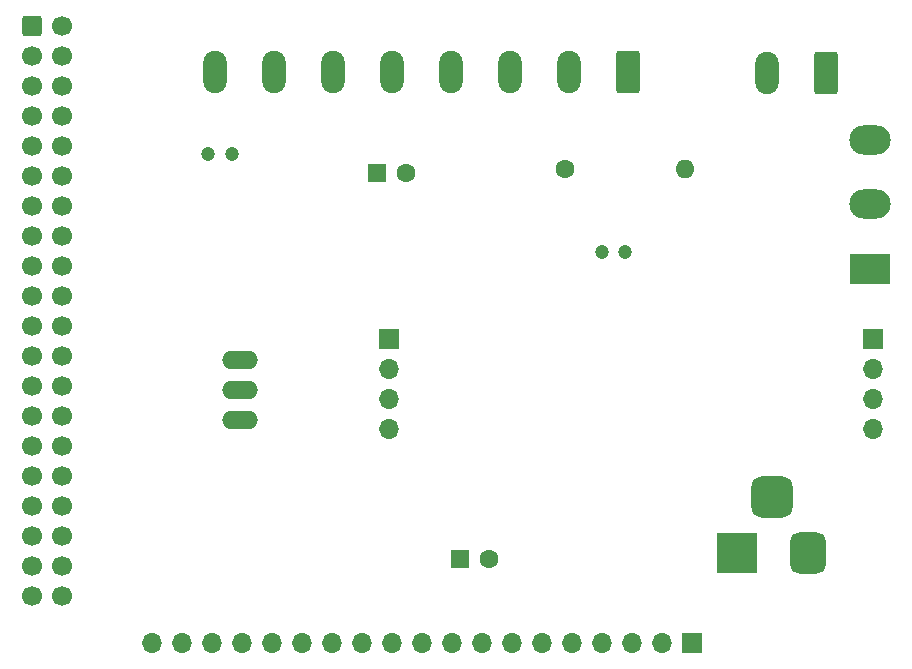
<source format=gbr>
%TF.GenerationSoftware,KiCad,Pcbnew,(6.0.7)*%
%TF.CreationDate,2022-12-06T18:26:59-03:00*%
%TF.ProjectId,Circuito_impresso,43697263-7569-4746-9f5f-696d70726573,rev?*%
%TF.SameCoordinates,Original*%
%TF.FileFunction,Soldermask,Bot*%
%TF.FilePolarity,Negative*%
%FSLAX46Y46*%
G04 Gerber Fmt 4.6, Leading zero omitted, Abs format (unit mm)*
G04 Created by KiCad (PCBNEW (6.0.7)) date 2022-12-06 18:26:59*
%MOMM*%
%LPD*%
G01*
G04 APERTURE LIST*
G04 Aperture macros list*
%AMRoundRect*
0 Rectangle with rounded corners*
0 $1 Rounding radius*
0 $2 $3 $4 $5 $6 $7 $8 $9 X,Y pos of 4 corners*
0 Add a 4 corners polygon primitive as box body*
4,1,4,$2,$3,$4,$5,$6,$7,$8,$9,$2,$3,0*
0 Add four circle primitives for the rounded corners*
1,1,$1+$1,$2,$3*
1,1,$1+$1,$4,$5*
1,1,$1+$1,$6,$7*
1,1,$1+$1,$8,$9*
0 Add four rect primitives between the rounded corners*
20,1,$1+$1,$2,$3,$4,$5,0*
20,1,$1+$1,$4,$5,$6,$7,0*
20,1,$1+$1,$6,$7,$8,$9,0*
20,1,$1+$1,$8,$9,$2,$3,0*%
G04 Aperture macros list end*
%ADD10O,3.048000X1.524000*%
%ADD11R,3.500000X2.500000*%
%ADD12O,3.500000X2.500000*%
%ADD13RoundRect,0.250000X0.750000X1.550000X-0.750000X1.550000X-0.750000X-1.550000X0.750000X-1.550000X0*%
%ADD14O,2.000000X3.600000*%
%ADD15R,1.600000X1.600000*%
%ADD16C,1.600000*%
%ADD17RoundRect,0.250000X-0.600000X-0.600000X0.600000X-0.600000X0.600000X0.600000X-0.600000X0.600000X0*%
%ADD18C,1.700000*%
%ADD19C,1.200000*%
%ADD20R,1.700000X1.700000*%
%ADD21O,1.700000X1.700000*%
%ADD22O,1.600000X1.600000*%
%ADD23R,3.500000X3.500000*%
%ADD24RoundRect,0.750000X0.750000X1.000000X-0.750000X1.000000X-0.750000X-1.000000X0.750000X-1.000000X0*%
%ADD25RoundRect,0.875000X0.875000X0.875000X-0.875000X0.875000X-0.875000X-0.875000X0.875000X-0.875000X0*%
G04 APERTURE END LIST*
D10*
%TO.C,U1*%
X129367900Y-94209110D03*
X129367900Y-96749110D03*
X129367900Y-99289110D03*
%TD*%
D11*
%TO.C,Q1*%
X182710000Y-86475000D03*
D12*
X182710000Y-81000000D03*
X182710000Y-75525000D03*
%TD*%
D13*
%TO.C,JN4Dba06*%
X178990000Y-69850000D03*
D14*
X173990000Y-69850000D03*
%TD*%
D15*
%TO.C,C1*%
X148000000Y-111000000D03*
D16*
X150500000Y-111000000D03*
%TD*%
D17*
%TO.C,J4*%
X111760000Y-65880000D03*
D18*
X114300000Y-65880000D03*
X111760000Y-68420000D03*
X114300000Y-68420000D03*
X111760000Y-70960000D03*
X114300000Y-70960000D03*
X111760000Y-73500000D03*
X114300000Y-73500000D03*
X111760000Y-76040000D03*
X114300000Y-76040000D03*
X111760000Y-78580000D03*
X114300000Y-78580000D03*
X111760000Y-81120000D03*
X114300000Y-81120000D03*
X111760000Y-83660000D03*
X114300000Y-83660000D03*
X111760000Y-86200000D03*
X114300000Y-86200000D03*
X111760000Y-88740000D03*
X114300000Y-88740000D03*
X111760000Y-91280000D03*
X114300000Y-91280000D03*
X111760000Y-93820000D03*
X114300000Y-93820000D03*
X111760000Y-96360000D03*
X114300000Y-96360000D03*
X111760000Y-98900000D03*
X114300000Y-98900000D03*
X111760000Y-101440000D03*
X114300000Y-101440000D03*
X111760000Y-103980000D03*
X114300000Y-103980000D03*
X111760000Y-106520000D03*
X114300000Y-106520000D03*
X111760000Y-109060000D03*
X114300000Y-109060000D03*
X111760000Y-111600000D03*
X114300000Y-111600000D03*
X111760000Y-114140000D03*
X114300000Y-114140000D03*
%TD*%
D15*
%TO.C,C4*%
X140970000Y-78320000D03*
D16*
X143470000Y-78320000D03*
%TD*%
D19*
%TO.C,C2*%
X128722600Y-76750000D03*
X126722600Y-76750000D03*
%TD*%
D20*
%TO.C,J3*%
X183000000Y-92380000D03*
D21*
X183000000Y-94920000D03*
X183000000Y-97460000D03*
X183000000Y-100000000D03*
%TD*%
D20*
%TO.C,J1*%
X167630000Y-118135000D03*
D21*
X165090000Y-118135000D03*
X162550000Y-118135000D03*
X160010000Y-118135000D03*
X157470000Y-118135000D03*
X154930000Y-118135000D03*
X152390000Y-118135000D03*
X149850000Y-118135000D03*
X147310000Y-118135000D03*
X144770000Y-118135000D03*
X142230000Y-118135000D03*
X139690000Y-118135000D03*
X137150000Y-118135000D03*
X134610000Y-118135000D03*
X132070000Y-118135000D03*
X129530000Y-118135000D03*
X126990000Y-118135000D03*
X124450000Y-118135000D03*
X121910000Y-118135000D03*
%TD*%
D13*
%TO.C,JIO-1*%
X162280000Y-69817500D03*
D14*
X157280000Y-69817500D03*
X152280000Y-69817500D03*
X147280000Y-69817500D03*
X142280000Y-69817500D03*
X137280000Y-69817500D03*
X132280000Y-69817500D03*
X127280000Y-69817500D03*
%TD*%
D16*
%TO.C,R1*%
X156920000Y-78000000D03*
D22*
X167080000Y-78000000D03*
%TD*%
D19*
%TO.C,C3*%
X162000000Y-85000000D03*
X160000000Y-85000000D03*
%TD*%
D23*
%TO.C,JV1*%
X171450000Y-110490000D03*
D24*
X177450000Y-110490000D03*
D25*
X174450000Y-105790000D03*
%TD*%
D20*
%TO.C,J2*%
X142000000Y-92380000D03*
D21*
X142000000Y-94920000D03*
X142000000Y-97460000D03*
X142000000Y-100000000D03*
%TD*%
M02*

</source>
